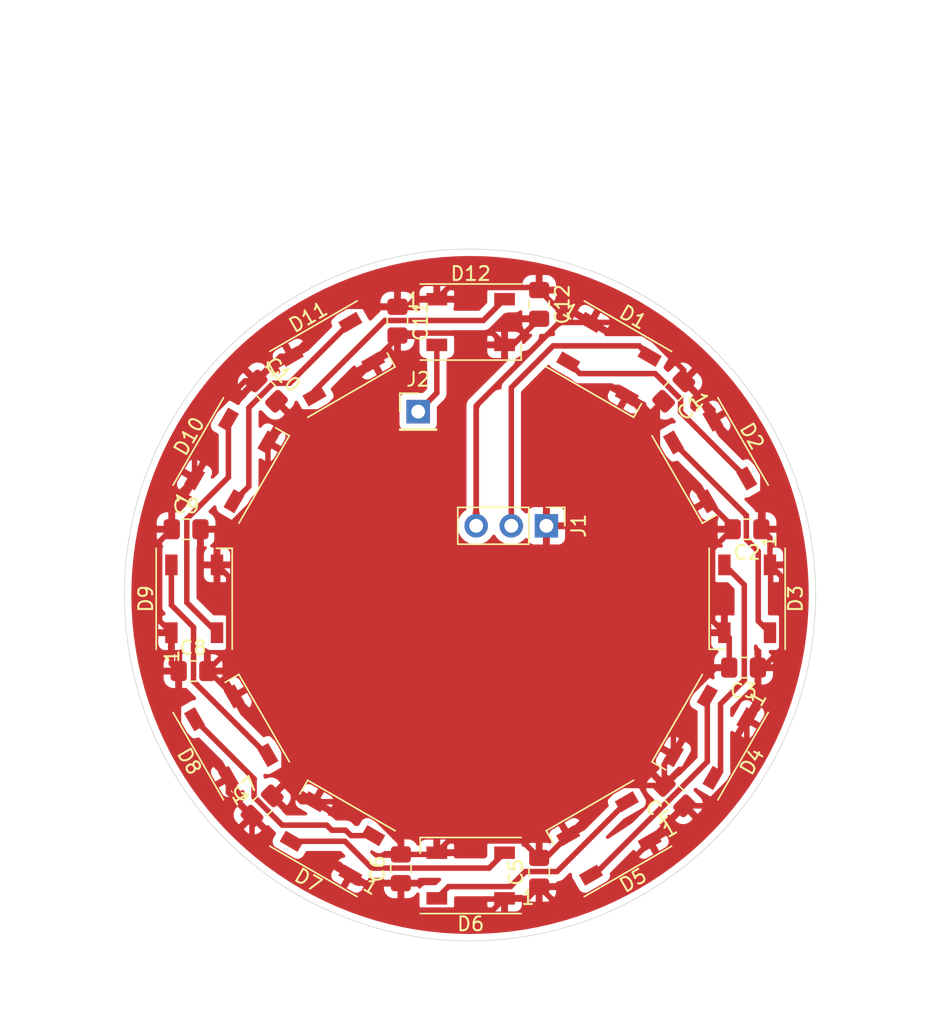
<source format=kicad_pcb>
(kicad_pcb (version 20240108) (generator "pcbnew") (generator_version "8.0")
  (layers (0 "F.Cu" signal) (31 "B.Cu" signal) (34 "B.Paste" user) (35 "F.Paste" user) (36 "B.SilkS" user "B.Silkscreen") (37 "F.SilkS" user "F.Silkscreen") (38 "B.Mask" user) (39 "F.Mask" user) (44 "Edge.Cuts" user))
  (net 0 "")
  (net 1 "GND")
  (net 2 "+5V")
  (net 3 "Net-(D1-DOUT)")
  (net 4 "Net-(D1-DIN)")
  (net 5 "Net-(D2-DOUT)")
  (net 6 "Net-(D3-DOUT)")
  (net 7 "Net-(D4-DOUT)")
  (net 8 "Net-(D5-DOUT)")
  (net 9 "Net-(D6-DOUT)")
  (net 10 "Net-(D7-DOUT)")
  (net 11 "Net-(D8-DOUT)")
  (net 12 "Net-(D10-DIN)")
  (net 13 "Net-(D10-DOUT)")
  (net 14 "Net-(D11-DOUT)")
  (net 15 "Net-(D12-DOUT)")
  (footprint "LED_SMD:LED_WS2812B_PLCC4_5.0x5.0mm_P3.2mm" (layer "F.Cu") (at 120.0468 89.2755 90)
    (property "Reference" "D9" (at 0 -3.5 90) (layer "F.SilkS"))
    (property "Value" "WS2812B")
    (fp_line (start -3.65 -2.75) (end 3.65 -2.75) (stroke (width 0.12)) (layer "F.SilkS"))
    (fp_line (start 3.65 2.75) (end 3.65 1.6) (stroke (width 0.12)) (layer "F.SilkS"))
    (fp_line (start -3.65 2.75) (end 3.65 2.75) (stroke (width 0.12)) (layer "F.SilkS"))
    (fp_text user "1" (at -4.15 -1.6 90) (layer "F.SilkS"))
    (pad "1" smd rect (at -2.45 -1.65 90) (size 1.5 0.9) (layers "F.Cu" "F.Paste" "F.Mask") (net 2 "+5V"))
    (pad "2" smd rect (at -2.45 1.65 90) (size 1.5 0.9) (layers "F.Cu" "F.Paste" "F.Mask") (net 12 "Net-(D10-DIN)"))
    (pad "3" smd rect (at 2.45 1.65 90) (size 1.5 0.9) (layers "F.Cu" "F.Paste" "F.Mask") (net 1 "GND"))
    (pad "4" smd rect (at 2.45 -1.65 90) (size 1.5 0.9) (layers "F.Cu" "F.Paste" "F.Mask") (net 11 "Net-(D8-DOUT)"))
  )
  (footprint "Capacitor_SMD:C_0805_2012Metric_Pad1.18x1.45mm_HandSolder" (layer "F.Cu") (at 134.75 69.2125 -90)
    (property "Reference" "C11" (at 0 -1.68 90) (layer "F.SilkS"))
    (property "Value" "C")
    (fp_line (start -0.261252 0.735) (end 0.261252 0.735) (stroke (width 0.12)) (layer "F.SilkS"))
    (fp_line (start -0.261252 -0.735) (end 0.261252 -0.735) (stroke (width 0.12)) (layer "F.SilkS"))
    (pad "1" smd roundrect (at -1.0375 0 270) (size 1.175 1.45) (layers "F.Cu" "F.Paste" "F.Mask") (roundrect_rratio 0.212766) (net 2 "+5V"))
    (pad "2" smd roundrect (at 1.0375 0 270) (size 1.175 1.45) (layers "F.Cu" "F.Paste" "F.Mask") (roundrect_rratio 0.212766) (net 1 "GND"))
  )
  (footprint "LED_SMD:LED_WS2812B_PLCC4_5.0x5.0mm_P3.2mm" (layer "F.Cu") (at 140.0468 109.2755 180)
    (property "Reference" "D6" (at 0 -3.5 180) (layer "F.SilkS"))
    (property "Value" "WS2812B")
    (fp_line (start 3.65 2.75) (end 3.65 1.6) (stroke (width 0.12)) (layer "F.SilkS"))
    (fp_line (start -3.65 2.75) (end 3.65 2.75) (stroke (width 0.12)) (layer "F.SilkS"))
    (fp_line (start -3.65 -2.75) (end 3.65 -2.75) (stroke (width 0.12)) (layer "F.SilkS"))
    (fp_text user "1" (at -4.15 -1.6 180) (layer "F.SilkS"))
    (pad "1" smd rect (at -2.45 -1.65 180) (size 1.5 0.9) (layers "F.Cu" "F.Paste" "F.Mask") (net 2 "+5V"))
    (pad "2" smd rect (at -2.45 1.65 180) (size 1.5 0.9) (layers "F.Cu" "F.Paste" "F.Mask") (net 9 "Net-(D6-DOUT)"))
    (pad "3" smd rect (at 2.45 1.65 180) (size 1.5 0.9) (layers "F.Cu" "F.Paste" "F.Mask") (net 1 "GND"))
    (pad "4" smd rect (at 2.45 -1.65 180) (size 1.5 0.9) (layers "F.Cu" "F.Paste" "F.Mask") (net 8 "Net-(D5-DOUT)"))
  )
  (footprint "Capacitor_SMD:C_0805_2012Metric_Pad1.18x1.45mm_HandSolder" (layer "F.Cu") (at 154.7336 74.2664 -135)
    (property "Reference" "C1" (at 0 -1.679999 -135) (layer "F.SilkS"))
    (property "Value" "C")
    (fp_line (start -0.261253 0.735) (end 0.261253 0.735) (stroke (width 0.12)) (layer "F.SilkS"))
    (fp_line (start -0.261253 -0.735) (end 0.261253 -0.735) (stroke (width 0.12)) (layer "F.SilkS"))
    (pad "1" smd roundrect (at -1.0375 0 225) (size 1.175 1.45) (layers "F.Cu" "F.Paste" "F.Mask") (roundrect_rratio 0.212766) (net 2 "+5V"))
    (pad "2" smd roundrect (at 1.0375 0 225) (size 1.175 1.45) (layers "F.Cu" "F.Paste" "F.Mask") (roundrect_rratio 0.212766) (net 1 "GND"))
  )
  (footprint "LED_SMD:LED_WS2812B_PLCC4_5.0x5.0mm_P3.2mm" (layer "F.Cu") (at 122.7263 79.2755 60)
    (property "Reference" "D10" (at 0 -3.5 60) (layer "F.SilkS"))
    (property "Value" "WS2812B")
    (fp_line (start -3.65 -2.75) (end 3.65 -2.75) (stroke (width 0.12)) (layer "F.SilkS"))
    (fp_line (start -3.65 2.75) (end 3.65 2.75) (stroke (width 0.12)) (layer "F.SilkS"))
    (fp_line (start 3.65 2.75) (end 3.65 1.6) (stroke (width 0.12)) (layer "F.SilkS"))
    (fp_text user "1" (at -4.15 -1.600001 60) (layer "F.SilkS"))
    (pad "1" smd rect (at -2.45 -1.65 60) (size 1.5 0.9) (layers "F.Cu" "F.Paste" "F.Mask") (net 2 "+5V"))
    (pad "2" smd rect (at -2.45 1.65 60) (size 1.5 0.9) (layers "F.Cu" "F.Paste" "F.Mask") (net 13 "Net-(D10-DOUT)"))
    (pad "3" smd rect (at 2.45 1.65 60) (size 1.5 0.9) (layers "F.Cu" "F.Paste" "F.Mask") (net 1 "GND"))
    (pad "4" smd rect (at 2.45 -1.65 60) (size 1.5 0.9) (layers "F.Cu" "F.Paste" "F.Mask") (net 12 "Net-(D10-DIN)"))
  )
  (footprint "LED_SMD:LED_WS2812B_PLCC4_5.0x5.0mm_P3.2mm" (layer "F.Cu") (at 157.3673 79.2755 -60)
    (property "Reference" "D2" (at 0 -3.499999 -60) (layer "F.SilkS"))
    (property "Value" "WS2812B")
    (fp_line (start -3.65 2.75) (end 3.65 2.75) (stroke (width 0.12)) (layer "F.SilkS"))
    (fp_line (start 3.65 2.75) (end 3.65 1.6) (stroke (width 0.12)) (layer "F.SilkS"))
    (fp_line (start -3.65 -2.75) (end 3.65 -2.75) (stroke (width 0.12)) (layer "F.SilkS"))
    (fp_text user "1" (at -4.149999 -1.6 -60) (layer "F.SilkS"))
    (pad "1" smd rect (at -2.45 -1.65 300) (size 1.5 0.9) (layers "F.Cu" "F.Paste" "F.Mask") (net 2 "+5V"))
    (pad "2" smd rect (at -2.45 1.65 300) (size 1.5 0.9) (layers "F.Cu" "F.Paste" "F.Mask") (net 5 "Net-(D2-DOUT)"))
    (pad "3" smd rect (at 2.45 1.65 300) (size 1.5 0.9) (layers "F.Cu" "F.Paste" "F.Mask") (net 1 "GND"))
    (pad "4" smd rect (at 2.45 -1.65 300) (size 1.5 0.9) (layers "F.Cu" "F.Paste" "F.Mask") (net 3 "Net-(D1-DOUT)"))
  )
  (footprint "Capacitor_SMD:C_0805_2012Metric_Pad1.18x1.45mm_HandSolder" (layer "F.Cu") (at 135 108.7875 90)
    (property "Reference" "C6" (at 0 -1.68 -90) (layer "F.SilkS"))
    (property "Value" "C")
    (fp_line (start -0.261252 -0.735) (end 0.261252 -0.735) (stroke (width 0.12)) (layer "F.SilkS"))
    (fp_line (start -0.261252 0.735) (end 0.261252 0.735) (stroke (width 0.12)) (layer "F.SilkS"))
    (pad "1" smd roundrect (at -1.0375 0 90) (size 1.175 1.45) (layers "F.Cu" "F.Paste" "F.Mask") (roundrect_rratio 0.212766) (net 2 "+5V"))
    (pad "2" smd roundrect (at 1.0375 0 90) (size 1.175 1.45) (layers "F.Cu" "F.Paste" "F.Mask") (roundrect_rratio 0.212766) (net 1 "GND"))
  )
  (footprint "LED_SMD:LED_WS2812B_PLCC4_5.0x5.0mm_P3.2mm" (layer "F.Cu") (at 122.7263 99.2755 120)
    (property "Reference" "D8" (at 0 -3.5 120) (layer "F.SilkS"))
    (property "Value" "WS2812B")
    (fp_line (start -3.65 -2.75) (end 3.65 -2.75) (stroke (width 0.12)) (layer "F.SilkS"))
    (fp_line (start 3.65 2.75) (end 3.65 1.6) (stroke (width 0.12)) (layer "F.SilkS"))
    (fp_line (start -3.65 2.75) (end 3.65 2.75) (stroke (width 0.12)) (layer "F.SilkS"))
    (fp_text user "1" (at -4.149999 -1.6 120) (layer "F.SilkS"))
    (pad "1" smd rect (at -2.45 -1.65 120) (size 1.5 0.9) (layers "F.Cu" "F.Paste" "F.Mask") (net 2 "+5V"))
    (pad "2" smd rect (at -2.45 1.65 120) (size 1.5 0.9) (layers "F.Cu" "F.Paste" "F.Mask") (net 11 "Net-(D8-DOUT)"))
    (pad "3" smd rect (at 2.45 1.65 120) (size 1.5 0.9) (layers "F.Cu" "F.Paste" "F.Mask") (net 1 "GND"))
    (pad "4" smd rect (at 2.45 -1.65 120) (size 1.5 0.9) (layers "F.Cu" "F.Paste" "F.Mask") (net 10 "Net-(D7-DOUT)"))
  )
  (footprint "LED_SMD:LED_WS2812B_PLCC4_5.0x5.0mm_P3.2mm" (layer "F.Cu") (at 157.3673 99.2755 -120)
    (property "Reference" "D4" (at 0 -3.499999 -120) (layer "F.SilkS"))
    (property "Value" "WS2812B")
    (fp_line (start 3.65 2.75) (end 3.65 1.6) (stroke (width 0.12)) (layer "F.SilkS"))
    (fp_line (start -3.65 2.75) (end 3.65 2.75) (stroke (width 0.12)) (layer "F.SilkS"))
    (fp_line (start -3.65 -2.75) (end 3.65 -2.75) (stroke (width 0.12)) (layer "F.SilkS"))
    (fp_text user "1" (at -4.15 -1.600001 -120) (layer "F.SilkS"))
    (pad "1" smd rect (at -2.45 -1.65 240) (size 1.5 0.9) (layers "F.Cu" "F.Paste" "F.Mask") (net 2 "+5V"))
    (pad "2" smd rect (at -2.45 1.65 240) (size 1.5 0.9) (layers "F.Cu" "F.Paste" "F.Mask") (net 7 "Net-(D4-DOUT)"))
    (pad "3" smd rect (at 2.45 1.65 240) (size 1.5 0.9) (layers "F.Cu" "F.Paste" "F.Mask") (net 1 "GND"))
    (pad "4" smd rect (at 2.45 -1.65 240) (size 1.5 0.9) (layers "F.Cu" "F.Paste" "F.Mask") (net 6 "Net-(D3-DOUT)"))
  )
  (footprint "Capacitor_SMD:C_0805_2012Metric_Pad1.18x1.45mm_HandSolder" (layer "F.Cu") (at 145 109.0375 90)
    (property "Reference" "C5" (at 0 -1.68 -90) (layer "F.SilkS"))
    (property "Value" "C")
    (fp_line (start -0.261252 -0.735) (end 0.261252 -0.735) (stroke (width 0.12)) (layer "F.SilkS"))
    (fp_line (start -0.261252 0.735) (end 0.261252 0.735) (stroke (width 0.12)) (layer "F.SilkS"))
    (pad "1" smd roundrect (at -1.0375 0 90) (size 1.175 1.45) (layers "F.Cu" "F.Paste" "F.Mask") (roundrect_rratio 0.212766) (net 2 "+5V"))
    (pad "2" smd roundrect (at 1.0375 0 90) (size 1.175 1.45) (layers "F.Cu" "F.Paste" "F.Mask") (roundrect_rratio 0.212766) (net 1 "GND"))
  )
  (footprint "Capacitor_SMD:C_0805_2012Metric_Pad1.18x1.45mm_HandSolder" (layer "F.Cu") (at 124.9625 104.25 45)
    (property "Reference" "C7" (at 0 -1.679999 45) (layer "F.SilkS"))
    (property "Value" "C")
    (fp_line (start -0.261253 -0.735) (end 0.261253 -0.735) (stroke (width 0.12)) (layer "F.SilkS"))
    (fp_line (start -0.261253 0.735) (end 0.261253 0.735) (stroke (width 0.12)) (layer "F.SilkS"))
    (pad "1" smd roundrect (at -1.0375 0 45) (size 1.175 1.45) (layers "F.Cu" "F.Paste" "F.Mask") (roundrect_rratio 0.212766) (net 2 "+5V"))
    (pad "2" smd roundrect (at 1.0375 0 45) (size 1.175 1.45) (layers "F.Cu" "F.Paste" "F.Mask") (roundrect_rratio 0.212766) (net 1 "GND"))
  )
  (footprint "LED_SMD:LED_WS2812B_PLCC4_5.0x5.0mm_P3.2mm" (layer "F.Cu") (at 130.0468 71.955 30)
    (property "Reference" "D11" (at 0 -3.5 30) (layer "F.SilkS"))
    (property "Value" "WS2812B")
    (fp_line (start -3.65 -2.75) (end 3.65 -2.75) (stroke (width 0.12)) (layer "F.SilkS"))
    (fp_line (start -3.65 2.75) (end 3.65 2.75) (stroke (width 0.12)) (layer "F.SilkS"))
    (fp_line (start 3.65 2.75) (end 3.65 1.6) (stroke (width 0.12)) (layer "F.SilkS"))
    (fp_text user "1" (at -4.149999 -1.6 30) (layer "F.SilkS"))
    (pad "1" smd rect (at -2.45 -1.65 30) (size 1.5 0.9) (layers "F.Cu" "F.Paste" "F.Mask") (net 2 "+5V"))
    (pad "2" smd rect (at -2.45 1.65 30) (size 1.5 0.9) (layers "F.Cu" "F.Paste" "F.Mask") (net 14 "Net-(D11-DOUT)"))
    (pad "3" smd rect (at 2.45 1.65 30) (size 1.5 0.9) (layers "F.Cu" "F.Paste" "F.Mask") (net 1 "GND"))
    (pad "4" smd rect (at 2.45 -1.65 30) (size 1.5 0.9) (layers "F.Cu" "F.Paste" "F.Mask") (net 13 "Net-(D10-DOUT)"))
  )
  (footprint "Capacitor_SMD:C_0805_2012Metric_Pad1.18x1.45mm_HandSolder" (layer "F.Cu") (at 160.0375 84.25 180)
    (property "Reference" "C2" (at 0 -1.68 180) (layer "F.SilkS"))
    (property "Value" "C")
    (fp_line (start -0.261252 0.735) (end 0.261252 0.735) (stroke (width 0.12)) (layer "F.SilkS"))
    (fp_line (start -0.261252 -0.735) (end 0.261252 -0.735) (stroke (width 0.12)) (layer "F.SilkS"))
    (pad "1" smd roundrect (at -1.0375 0 180) (size 1.175 1.45) (layers "F.Cu" "F.Paste" "F.Mask") (roundrect_rratio 0.212766) (net 2 "+5V"))
    (pad "2" smd roundrect (at 1.0375 0 180) (size 1.175 1.45) (layers "F.Cu" "F.Paste" "F.Mask") (roundrect_rratio 0.212766) (net 1 "GND"))
  )
  (footprint "LED_SMD:LED_WS2812B_PLCC4_5.0x5.0mm_P3.2mm" (layer "F.Cu") (at 150.0468 71.955 -30)
    (property "Reference" "D1" (at 0 -3.5 -30) (layer "F.SilkS"))
    (property "Value" "WS2812B")
    (fp_line (start -3.65 2.75) (end 3.65 2.75) (stroke (width 0.12)) (layer "F.SilkS"))
    (fp_line (start -3.65 -2.75) (end 3.65 -2.75) (stroke (width 0.12)) (layer "F.SilkS"))
    (fp_line (start 3.65 2.75) (end 3.65 1.6) (stroke (width 0.12)) (layer "F.SilkS"))
    (fp_text user "1" (at -4.15 -1.600001 -30) (layer "F.SilkS"))
    (pad "1" smd rect (at -2.45 -1.65 330) (size 1.5 0.9) (layers "F.Cu" "F.Paste" "F.Mask") (net 2 "+5V"))
    (pad "2" smd rect (at -2.45 1.65 330) (size 1.5 0.9) (layers "F.Cu" "F.Paste" "F.Mask") (net 3 "Net-(D1-DOUT)"))
    (pad "3" smd rect (at 2.45 1.65 330) (size 1.5 0.9) (layers "F.Cu" "F.Paste" "F.Mask") (net 1 "GND"))
    (pad "4" smd rect (at 2.45 -1.65 330) (size 1.5 0.9) (layers "F.Cu" "F.Paste" "F.Mask") (net 4 "Net-(D1-DIN)"))
  )
  (footprint "LED_SMD:LED_WS2812B_PLCC4_5.0x5.0mm_P3.2mm" (layer "F.Cu") (at 160.0468 89.2755 -90)
    (property "Reference" "D3" (at 0 -3.5 -90) (layer "F.SilkS"))
    (property "Value" "WS2812B")
    (fp_line (start -3.65 2.75) (end 3.65 2.75) (stroke (width 0.12)) (layer "F.SilkS"))
    (fp_line (start 3.65 2.75) (end 3.65 1.6) (stroke (width 0.12)) (layer "F.SilkS"))
    (fp_line (start -3.65 -2.75) (end 3.65 -2.75) (stroke (width 0.12)) (layer "F.SilkS"))
    (fp_text user "1" (at -4.15 -1.6 -90) (layer "F.SilkS"))
    (pad "1" smd rect (at -2.45 -1.65 270) (size 1.5 0.9) (layers "F.Cu" "F.Paste" "F.Mask") (net 2 "+5V"))
    (pad "2" smd rect (at -2.45 1.65 270) (size 1.5 0.9) (layers "F.Cu" "F.Paste" "F.Mask") (net 6 "Net-(D3-DOUT)"))
    (pad "3" smd rect (at 2.45 1.65 270) (size 1.5 0.9) (layers "F.Cu" "F.Paste" "F.Mask") (net 1 "GND"))
    (pad "4" smd rect (at 2.45 -1.65 270) (size 1.5 0.9) (layers "F.Cu" "F.Paste" "F.Mask") (net 5 "Net-(D2-DOUT)"))
  )
  (footprint "Capacitor_SMD:C_0805_2012Metric_Pad1.18x1.45mm_HandSolder" (layer "F.Cu") (at 125.2664 74.2664 -45)
    (property "Reference" "C10" (at 0 -1.679999 135) (layer "F.SilkS"))
    (property "Value" "C")
    (fp_line (start -0.261253 0.735) (end 0.261253 0.735) (stroke (width 0.12)) (layer "F.SilkS"))
    (fp_line (start -0.261253 -0.735) (end 0.261253 -0.735) (stroke (width 0.12)) (layer "F.SilkS"))
    (pad "1" smd roundrect (at -1.0375 0 315) (size 1.175 1.45) (layers "F.Cu" "F.Paste" "F.Mask") (roundrect_rratio 0.212766) (net 2 "+5V"))
    (pad "2" smd roundrect (at 1.0375 0 315) (size 1.175 1.45) (layers "F.Cu" "F.Paste" "F.Mask") (roundrect_rratio 0.212766) (net 1 "GND"))
  )
  (footprint "LED_SMD:LED_WS2812B_PLCC4_5.0x5.0mm_P3.2mm" (layer "F.Cu") (at 140.0468 69.2755)
    (property "Reference" "D12" (at 0 -3.5 0) (layer "F.SilkS"))
    (property "Value" "WS2812B")
    (fp_line (start -3.65 -2.75) (end 3.65 -2.75) (stroke (width 0.12)) (layer "F.SilkS"))
    (fp_line (start -3.65 2.75) (end 3.65 2.75) (stroke (width 0.12)) (layer "F.SilkS"))
    (fp_line (start 3.65 2.75) (end 3.65 1.6) (stroke (width 0.12)) (layer "F.SilkS"))
    (fp_text user "1" (at -4.15 -1.6 0) (layer "F.SilkS"))
    (pad "1" smd rect (at -2.45 -1.65) (size 1.5 0.9) (layers "F.Cu" "F.Paste" "F.Mask") (net 2 "+5V"))
    (pad "2" smd rect (at -2.45 1.65) (size 1.5 0.9) (layers "F.Cu" "F.Paste" "F.Mask") (net 15 "Net-(D12-DOUT)"))
    (pad "3" smd rect (at 2.45 1.65) (size 1.5 0.9) (layers "F.Cu" "F.Paste" "F.Mask") (net 1 "GND"))
    (pad "4" smd rect (at 2.45 -1.65) (size 1.5 0.9) (layers "F.Cu" "F.Paste" "F.Mask") (net 14 "Net-(D11-DOUT)"))
  )
  (footprint "Capacitor_SMD:C_0805_2012Metric_Pad1.18x1.45mm_HandSolder" (layer "F.Cu") (at 159.7875 94.25 180)
    (property "Reference" "C3" (at 0 -1.68 180) (layer "F.SilkS"))
    (property "Value" "C")
    (fp_line (start -0.261252 0.735) (end 0.261252 0.735) (stroke (width 0.12)) (layer "F.SilkS"))
    (fp_line (start -0.261252 -0.735) (end 0.261252 -0.735) (stroke (width 0.12)) (layer "F.SilkS"))
    (pad "1" smd roundrect (at -1.0375 0 180) (size 1.175 1.45) (layers "F.Cu" "F.Paste" "F.Mask") (roundrect_rratio 0.212766) (net 2 "+5V"))
    (pad "2" smd roundrect (at 1.0375 0 180) (size 1.175 1.45) (layers "F.Cu" "F.Paste" "F.Mask") (roundrect_rratio 0.212766) (net 1 "GND"))
  )
  (footprint "Capacitor_SMD:C_0805_2012Metric_Pad1.18x1.45mm_HandSolder" (layer "F.Cu") (at 145 68 -90)
    (property "Reference" "C12" (at 0 -1.68 90) (layer "F.SilkS"))
    (property "Value" "C")
    (fp_line (start -0.261252 0.735) (end 0.261252 0.735) (stroke (width 0.12)) (layer "F.SilkS"))
    (fp_line (start -0.261252 -0.735) (end 0.261252 -0.735) (stroke (width 0.12)) (layer "F.SilkS"))
    (pad "1" smd roundrect (at -1.0375 0 270) (size 1.175 1.45) (layers "F.Cu" "F.Paste" "F.Mask") (roundrect_rratio 0.212766) (net 2 "+5V"))
    (pad "2" smd roundrect (at 1.0375 0 270) (size 1.175 1.45) (layers "F.Cu" "F.Paste" "F.Mask") (roundrect_rratio 0.212766) (net 1 "GND"))
  )
  (footprint "LED_SMD:LED_WS2812B_PLCC4_5.0x5.0mm_P3.2mm" (layer "F.Cu") (at 130.0468 106.5961 150)
    (property "Reference" "D7" (at 0 -3.499999 150) (layer "F.SilkS"))
    (property "Value" "WS2812B")
    (fp_line (start 3.65 2.75) (end 3.65 1.6) (stroke (width 0.12)) (layer "F.SilkS"))
    (fp_line (start -3.65 -2.75) (end 3.65 -2.75) (stroke (width 0.12)) (layer "F.SilkS"))
    (fp_line (start -3.65 2.75) (end 3.65 2.75) (stroke (width 0.12)) (layer "F.SilkS"))
    (fp_text user "1" (at -4.15 -1.600001 150) (layer "F.SilkS"))
    (pad "1" smd rect (at -2.45 -1.65 150) (size 1.5 0.9) (layers "F.Cu" "F.Paste" "F.Mask") (net 2 "+5V"))
    (pad "2" smd rect (at -2.45 1.65 150) (size 1.5 0.9) (layers "F.Cu" "F.Paste" "F.Mask") (net 10 "Net-(D7-DOUT)"))
    (pad "3" smd rect (at 2.45 1.65 150) (size 1.5 0.9) (layers "F.Cu" "F.Paste" "F.Mask") (net 1 "GND"))
    (pad "4" smd rect (at 2.45 -1.65 150) (size 1.5 0.9) (layers "F.Cu" "F.Paste" "F.Mask") (net 9 "Net-(D6-DOUT)"))
  )
  (footprint "Connector_PinHeader_2.54mm:PinHeader_1x03_P2.54mm_Vertical" (layer "F.Cu") (at 145.525 84 -90)
    (property "Reference" "J1" (at 0 -2.33 90) (layer "F.SilkS"))
    (property "Value" "Conn_01x03")
    (fp_line (start -1.33 6.41) (end 1.33 6.41) (stroke (width 0.12)) (layer "F.SilkS"))
    (fp_line (start -1.33 1.27) (end -1.33 6.41) (stroke (width 0.12)) (layer "F.SilkS"))
    (fp_line (start -1.33 1.27) (end 1.33 1.27) (stroke (width 0.12)) (layer "F.SilkS"))
    (fp_line (start 1.33 1.27) (end 1.33 6.41) (stroke (width 0.12)) (layer "F.SilkS"))
    (fp_line (start -1.33 0) (end -1.33 -1.33) (stroke (width 0.12)) (layer "F.SilkS"))
    (fp_line (start -1.33 -1.33) (end 0 -1.33) (stroke (width 0.12)) (layer "F.SilkS"))
    (pad "1" thru_hole rect (at 0 0 270) (size 1.7 1.7) (drill 1) (layers "*.Cu" "*.Mask") (net 1 "GND"))
    (pad "2" thru_hole oval (at 0 2.54 270) (size 1.7 1.7) (drill 1) (layers "*.Cu" "*.Mask") (net 4 "Net-(D1-DIN)"))
    (pad "3" thru_hole oval (at 0 5.08 270) (size 1.7 1.7) (drill 1) (layers "*.Cu" "*.Mask") (net 2 "+5V"))
  )
  (footprint "Capacitor_SMD:C_0805_2012Metric_Pad1.18x1.45mm_HandSolder" (layer "F.Cu") (at 119.9625 94.5)
    (property "Reference" "C8" (at 0 -1.68 0) (layer "F.SilkS"))
    (property "Value" "C")
    (fp_line (start -0.261252 -0.735) (end 0.261252 -0.735) (stroke (width 0.12)) (layer "F.SilkS"))
    (fp_line (start -0.261252 0.735) (end 0.261252 0.735) (stroke (width 0.12)) (layer "F.SilkS"))
    (pad "1" smd roundrect (at -1.0375 0) (size 1.175 1.45) (layers "F.Cu" "F.Paste" "F.Mask") (roundrect_rratio 0.212766) (net 2 "+5V"))
    (pad "2" smd roundrect (at 1.0375 0) (size 1.175 1.45) (layers "F.Cu" "F.Paste" "F.Mask") (roundrect_rratio 0.212766) (net 1 "GND"))
  )
  (footprint "Capacitor_SMD:C_0805_2012Metric_Pad1.18x1.45mm_HandSolder" (layer "F.Cu") (at 154.7875 103.5 135)
    (property "Reference" "C4" (at 0 -1.679999 -45) (layer "F.SilkS"))
    (property "Value" "C")
    (fp_line (start -0.261253 -0.735) (end 0.261253 -0.735) (stroke (width 0.12)) (layer "F.SilkS"))
    (fp_line (start -0.261253 0.735) (end 0.261253 0.735) (stroke (width 0.12)) (layer "F.SilkS"))
    (pad "1" smd roundrect (at -1.0375 0 135) (size 1.175 1.45) (layers "F.Cu" "F.Paste" "F.Mask") (roundrect_rratio 0.212766) (net 2 "+5V"))
    (pad "2" smd roundrect (at 1.0375 0 135) (size 1.175 1.45) (layers "F.Cu" "F.Paste" "F.Mask") (roundrect_rratio 0.212766) (net 1 "GND"))
  )
  (footprint "Connector_PinHeader_2.54mm:PinHeader_1x01_P2.54mm_Vertical" (layer "F.Cu") (at 136.25 75.75)
    (property "Reference" "J2" (at 0 -2.33 0) (layer "F.SilkS"))
    (property "Value" "Conn_01x01_Pin")
    (fp_line (start -1.33 -1.33) (end 0 -1.33) (stroke (width 0.12)) (layer "F.SilkS"))
    (fp_line (start -1.33 0) (end -1.33 -1.33) (stroke (width 0.12)) (layer "F.SilkS"))
    (fp_line (start -1.33 1.27) (end -1.33 1.33) (stroke (width 0.12)) (layer "F.SilkS"))
    (fp_line (start -1.33 1.27) (end 1.33 1.27) (stroke (width 0.12)) (layer "F.SilkS"))
    (fp_line (start -1.33 1.33) (end 1.33 1.33) (stroke (width 0.12)) (layer "F.SilkS"))
    (fp_line (start 1.33 1.27) (end 1.33 1.33) (stroke (width 0.12)) (layer "F.SilkS"))
    (pad "1" thru_hole rect (at 0 0) (size 1.7 1.7) (drill 1) (layers "*.Cu" "*.Mask") (net 15 "Net-(D12-DOUT)"))
  )
  (footprint "Capacitor_SMD:C_0805_2012Metric_Pad1.18x1.45mm_HandSolder" (layer "F.Cu") (at 119.4625 84.25)
    (property "Reference" "C9" (at 0 -1.68 0) (layer "F.SilkS"))
    (property "Value" "C")
    (fp_line (start -0.261252 -0.735) (end 0.261252 -0.735) (stroke (width 0.12)) (layer "F.SilkS"))
    (fp_line (start -0.261252 0.735) (end 0.261252 0.735) (stroke (width 0.12)) (layer "F.SilkS"))
    (pad "1" smd roundrect (at -1.0375 0) (size 1.175 1.45) (layers "F.Cu" "F.Paste" "F.Mask") (roundrect_rratio 0.212766) (net 2 "+5V"))
    (pad "2" smd roundrect (at 1.0375 0) (size 1.175 1.45) (layers "F.Cu" "F.Paste" "F.Mask") (roundrect_rratio 0.212766) (net 1 "GND"))
  )
  (footprint "LED_SMD:LED_WS2812B_PLCC4_5.0x5.0mm_P3.2mm" (layer "F.Cu") (at 150.0468 106.5961 -150)
    (property "Reference" "D5" (at 0 -3.499999 -150) (layer "F.SilkS"))
    (property "Value" "WS2812B")
    (fp_line (start 3.65 2.75) (end 3.65 1.6) (stroke (width 0.12)) (layer "F.SilkS"))
    (fp_line (start -3.65 2.75) (end 3.65 2.75) (stroke (width 0.12)) (layer "F.SilkS"))
    (fp_line (start -3.65 -2.75) (end 3.65 -2.75) (stroke (width 0.12)) (layer "F.SilkS"))
    (fp_text user "1" (at -4.149999 -1.6 -150) (layer "F.SilkS"))
    (pad "1" smd rect (at -2.45 -1.65 210) (size 1.5 0.9) (layers "F.Cu" "F.Paste" "F.Mask") (net 2 "+5V"))
    (pad "2" smd rect (at -2.45 1.65 210) (size 1.5 0.9) (layers "F.Cu" "F.Paste" "F.Mask") (net 8 "Net-(D5-DOUT)"))
    (pad "3" smd rect (at 2.45 1.65 210) (size 1.5 0.9) (layers "F.Cu" "F.Paste" "F.Mask") (net 1 "GND"))
    (pad "4" smd rect (at 2.45 -1.65 210) (size 1.5 0.9) (layers "F.Cu" "F.Paste" "F.Mask") (net 7 "Net-(D4-DOUT)"))
  )
  (gr_circle (center 140 89) (end 115 89) (stroke (width 0.05)) (fill none) (layer "Edge.Cuts"))
  (segment (start 138.4468 106.7755) (end 143.7755 106.7755) (width 0.4) (layer "F.Cu") (net 1))
  (segment (start 134.9245 70.0755) (end 134.75 70.25) (width 0.4) (layer "F.Cu") (net 1))
  (segment (start 135 107.75) (end 137.4723 107.75) (width 0.4) (layer "F.Cu") (net 1))
  (segment (start 158.9723 84.25) (end 159 84.25) (width 0.4) (layer "F.Cu") (net 1))
  (segment (start 154.053877 102.766377) (end 154.053877 101.231743) (width 0.4) (layer "F.Cu") (net 1))
  (segment (start 147 74) (end 150.73462 74) (width 0.4) (layer "F.Cu") (net 1))
  (segment (start 142.4968 70.9255) (end 141.6468 70.0755) (width 0.4) (layer "F.Cu") (net 1))
  (segment (start 137.5968 107.6255) (end 138.4468 106.7755) (width 0.4) (layer "F.Cu") (net 1))
  (segment (start 152.73462 76) (end 153.548647 76) (width 0.4) (layer "F.Cu") (net 1))
  (segment (start 122.5468 87.6755) (end 122.5468 92.9532) (width 0.4) (layer "F.Cu") (net 1))
  (segment (start 157.5468 90.8755) (end 157.5468 85.6755) (width 0.4) (layer "F.Cu") (net 1))
  (segment (start 151.343562 74.608942) (end 152.73462 76) (width 0.4) (layer "F.Cu") (net 1))
  (segment (start 122.35742 84.25) (end 125.380242 81.227178) (width 0.4) (layer "F.Cu") (net 1))
  (segment (start 145 108) (end 145.492196 108) (width 0.4) (layer "F.Cu") (net 1))
  (segment (start 129.378851 75.773653) (end 126.773653 75.773653) (width 0.4) (layer "F.Cu") (net 1))
  (segment (start 127.819564 103.942158) (end 126.544953 102.667547) (width 0.4) (layer "F.Cu") (net 1))
  (segment (start 122 84.25) (end 122.35742 84.25) (width 0.4) (layer "F.Cu") (net 1))
  (segment (start 157.163358 82.222262) (end 153.548647 78.607551) (width 0.4) (layer "F.Cu") (net 1))
  (segment (start 154.713358 97.323822) (end 157.78718 94.25) (width 0.4) (layer "F.Cu") (net 1))
  (segment (start 125.380242 77.978738) (end 126.773653 76.585327) (width 0.4) (layer "F.Cu") (net 1))
  (segment (start 121 94.5) (end 121.101504 94.5) (width 0.4) (layer "F.Cu") (net 1))
  (segment (start 159 84.25) (end 159 84.058904) (width 0.4) (layer "F.Cu") (net 1))
  (segment (start 125.380242 81.227178) (end 125.380242 77.978738) (width 0.4) (layer "F.Cu") (net 1))
  (segment (start 147.100038 106.392158) (end 150.725819 102.766377) (width 0.4) (layer "F.Cu") (net 1))
  (segment (start 158.75 94.25) (end 158.75 92.0787) (width 0.4) (layer "F.Cu") (net 1))
  (segment (start 128.750038 103.942158) (end 131.998478 103.942158) (width 0.4) (layer "F.Cu") (net 1))
  (segment (start 143.7755 106.7755) (end 145 108) (width 0.4) (layer "F.Cu") (net 1))
  (segment (start 145.525 84) (end 145.525 75.475) (width 0.4) (layer "F.Cu") (net 1))
  (segment (start 142.4968 70.9255) (end 143.112 70.9255) (width 0.4) (layer "F.Cu") (net 1))
  (segment (start 143.112 70.9255) (end 145 69.0375) (width 0.4) (layer "F.Cu") (net 1))
  (segment (start 158.75 92.0787) (end 158.3968 91.7255) (width 0.4) (layer "F.Cu") (net 1))
  (segment (start 126.544953 102.667547) (end 125.696123 103.516377) (width 0.4) (layer "F.Cu") (net 1))
  (segment (start 157.78718 94.25) (end 158.75 94.25) (width 0.4) (layer "F.Cu") (net 1))
  (segment (start 122.930242 96.328738) (end 126.544953 99.943449) (width 0.4) (layer "F.Cu") (net 1))
  (segment (start 134.75 70.402504) (end 132.993562 72.158942) (width 0.4) (layer "F.Cu") (net 1))
  (segment (start 121.6968 86.8255) (end 122.5468 87.6755) (width 0.4) (layer "F.Cu") (net 1))
  (segment (start 137.4723 107.75) (end 137.5968 107.6255) (width 0.4) (layer "F.Cu") (net 1))
  (segment (start 153.548647 76.814027) (end 153.548647 78.607551) (width 0.4) (layer "F.Cu") (net 1))
  (segment (start 132.993562 72.158942) (end 129.378851 75.773653) (width 0.4) (layer "F.Cu") (net 1))
  (segment (start 135 106.94368) (end 135 107.75) (width 0.4) (layer "F.Cu") (net 1))
  (segment (start 159 84.058904) (end 157.163358 82.222262) (width 0.4) (layer "F.Cu") (net 1))
  (segment (start 153.548647 75.451353) (end 153.999977 75.000023) (width 0.4) (layer "F.Cu") (net 1))
  (segment (start 150.73462 74) (end 153.548647 76.814027) (width 0.4) (layer "F.Cu") (net 1))
  (segment (start 153.548647 78.607551) (end 153.548647 76) (width 0.4) (layer "F.Cu") (net 1))
  (segment (start 121.101504 94.5) (end 122.930242 96.328738) (width 0.4) (layer "F.Cu") (net 1))
  (segment (start 154.713358 100.572262) (end 154.713358 97.323822) (width 0.4) (layer "F.Cu") (net 1))
  (segment (start 131.998478 103.942158) (end 135 106.94368) (width 0.4) (layer "F.Cu") (net 1))
  (segment (start 121.6968 84.5532) (end 122 84.25) (width 0.4) (layer "F.Cu") (net 1))
  (segment (start 122.5468 92.9532) (end 121 94.5) (width 0.4) (layer "F.Cu") (net 1))
  (segment (start 126.773653 75.773653) (end 126.000023 75.000023) (width 0.4) (layer "F.Cu") (net 1))
  (segment (start 157.5468 85.6755) (end 158.9723 84.25) (width 0.4) (layer "F.Cu") (net 1))
  (segment (start 145.525 75.475) (end 147 74) (width 0.4) (layer "F.Cu") (net 1))
  (segment (start 126.773653 76.585327) (end 126.773653 75.773653) (width 0.4) (layer "F.Cu") (net 1))
  (segment (start 134.75 70.25) (end 134.75 70.402504) (width 0.4) (layer "F.Cu") (net 1))
  (segment (start 120.5 84.25) (end 122 84.25) (width 0.4) (layer "F.Cu") (net 1))
  (segment (start 153.548647 76) (end 153.548647 75.451353) (width 0.4) (layer "F.Cu") (net 1))
  (segment (start 126.544953 99.943449) (end 126.544953 102.667547) (width 0.4) (layer "F.Cu") (net 1))
  (segment (start 154.053877 101.231743) (end 154.713358 100.572262) (width 0.4) (layer "F.Cu") (net 1))
  (segment (start 150.725819 102.766377) (end 154.053877 102.766377) (width 0.4) (layer "F.Cu") (net 1))
  (segment (start 128.750038 103.942158) (end 127.819564 103.942158) (width 0.4) (layer "F.Cu") (net 1))
  (segment (start 141.6468 70.0755) (end 134.9245 70.0755) (width 0.4) (layer "F.Cu") (net 1))
  (segment (start 121.6968 86.8255) (end 121.6968 84.5532) (width 0.4) (layer "F.Cu") (net 1))
  (segment (start 145.492196 108) (end 147.100038 106.392158) (width 0.4) (layer "F.Cu") (net 1))
  (segment (start 158.3968 91.7255) (end 157.5468 90.8755) (width 0.4) (layer "F.Cu") (net 1))
  (segment (start 118.425 84.25) (end 118.425 82.21962) (width 0.4) (layer "F.Cu") (net 2))
  (segment (start 161.185953 84.139047) (end 161.075 84.25) (width 0.4) (layer "F.Cu") (net 2))
  (segment (start 118.425 84.25) (end 117.5468 85.1282) (width 0.4) (layer "F.Cu") (net 2))
  (segment (start 140.445 75.331166) (end 146.475108 69.301058) (width 0.4) (layer "F.Cu") (net 2))
  (segment (start 122.522358 103.277104) (end 124.228877 104.983623) (width 0.4) (layer "F.Cu") (net 2))
  (segment (start 127.100038 71.751058) (end 130.714749 68.136347) (width 0.4) (layer "F.Cu") (net 2))
  (segment (start 124.228877 107.228877) (end 124.228877 104.983623) (width 0.4) (layer "F.Cu") (net 2))
  (segment (start 152.993562 106.800042) (end 152.993562 106.868682) (width 0.4) (layer "F.Cu") (net 2))
  (segment (start 126.314496 71.751058) (end 127.100038 71.751058) (width 0.4) (layer "F.Cu") (net 2))
  (segment (start 157.571242 75.636796) (end 157.571242 76.328738) (width 0.4) (layer "F.Cu") (net 2))
  (segment (start 135.4505 68.175) (end 136 67.6255) (width 0.4) (layer "F.Cu") (net 2))
  (segment (start 161.6968 84.8718) (end 161.6968 86.8255) (width 0.4) (layer "F.Cu") (net 2))
  (segment (start 145 110.075) (end 144.1495 110.9255) (width 0.4) (layer "F.Cu") (net 2))
  (segment (start 151.998478 69.301058) (end 155.467223 72.769803) (width 0.4) (layer "F.Cu") (net 2))
  (segment (start 125.467163 108.467163) (end 124.228877 107.228877) (width 0.4) (layer "F.Cu") (net 2))
  (segment (start 161.185953 79.943449) (end 161.185953 84.139047) (width 0.4) (layer "F.Cu") (net 2))
  (segment (start 130.560683 108.467163) (end 125.467163 108.467163) (width 0.4) (layer "F.Cu") (net 2))
  (segment (start 145 66.9625) (end 146.475108 68.437608) (width 0.4) (layer "F.Cu") (net 2))
  (segment (start 137.5968 67.6255) (end 138.4468 66.7755) (width 0.4) (layer "F.Cu") (net 2))
  (segment (start 162.5468 87.6755) (end 162.5468 92.8907) (width 0.4) (layer "F.Cu") (net 2))
  (segment (start 123.722695 73.532777) (end 124.532777 73.532777) (width 0.4) (layer "F.Cu") (net 2))
  (segment (start 130.714749 68.136347) (end 134.711347 68.136347) (width 0.4) (layer "F.Cu") (net 2))
  (segment (start 155.467223 72.769803) (end 155.467223 73.532777) (width 0.4) (layer "F.Cu") (net 2))
  (segment (start 146.475108 68.437608) (end 146.475108 69.301058) (width 0.4) (layer "F.Cu") (net 2))
  (segment (start 118.907647 94.517353) (end 118.907647 98.607551) (width 0.4) (layer "F.Cu") (net 2))
  (segment (start 155.521123 104.233623) (end 157.014797 104.233623) (width 0.4) (layer "F.Cu") (net 2))
  (segment (start 131.91852 109.825) (end 131.343562 109.250042) (width 0.4) (layer "F.Cu") (net 2))
  (segment (start 131.343562 109.250042) (end 130.560683 108.467163) (width 0.4) (layer "F.Cu") (net 2))
  (segment (start 161.075 84.25) (end 161.6968 84.8718) (width 0.4) (layer "F.Cu") (net 2))
  (segment (start 157.014797 104.233623) (end 160.021242 101.227178) (width 0.4) (layer "F.Cu") (net 2))
  (segment (start 124.532777 73.532777) (end 126.314496 71.751058) (width 0.4) (layer "F.Cu") (net 2))
  (segment (start 117.5468 90.8755) (end 118.3968 91.7255) (width 0.4) (layer "F.Cu") (net 2))
  (segment (start 118.425 82.21962) (end 120.072358 80.572262) (width 0.4) (layer "F.Cu") (net 2))
  (segment (start 142.4968 110.9255) (end 141.6468 111.7755) (width 0.4) (layer "F.Cu") (net 2))
  (segment (start 134.75 68.175) (end 135.4505 68.175) (width 0.4) (layer "F.Cu") (net 2))
  (segment (start 148.862244 111) (end 145.925 111) (width 0.4) (layer "F.Cu") (net 2))
  (segment (start 157.571242 76.328738) (end 161.185953 79.943449) (width 0.4) (layer "F.Cu") (net 2))
  (segment (start 118.907647 98.607551) (end 122.522358 102.222262) (width 0.4) (layer "F.Cu") (net 2))
  (segment (start 146.475108 69.301058) (end 148.750038 69.301058) (width 0.4) (layer "F.Cu") (net 2))
  (segment (start 161.6968 86.8255) (end 162.5468 87.6755) (width 0.4) (layer "F.Cu") (net 2))
  (segment (start 161.1875 94.25) (end 160.825 94.25) (width 0.4) (layer "F.Cu") (net 2))
  (segment (start 152.993562 106.800042) (end 152.993562 106.761184) (width 0.4) (layer "F.Cu") (net 2))
  (segment (start 144.813 66.7755) (end 145 66.9625) (width 0.4) (layer "F.Cu") (net 2))
  (segment (start 117.5468 85.1282) (end 117.5468 90.8755) (width 0.4) (layer "F.Cu") (net 2))
  (segment (start 138.4468 66.7755) (end 144.813 66.7755) (width 0.4) (layer "F.Cu") (net 2))
  (segment (start 141.6468 111.7755) (end 135.7755 111.7755) (width 0.4) (layer "F.Cu") (net 2))
  (segment (start 135 109.825) (end 131.91852 109.825) (width 0.4) (layer "F.Cu") (net 2))
  (segment (start 140.445 84) (end 140.445 75.331166) (width 0.4) (layer "F.Cu") (net 2))
  (segment (start 144.1495 110.9255) (end 142.4968 110.9255) (width 0.4) (layer "F.Cu") (net 2))
  (segment (start 162.5468 92.8907) (end 161.1875 94.25) (width 0.4) (layer "F.Cu") (net 2))
  (segment (start 134.711347 68.136347) (end 134.75 68.175) (width 0.4) (layer "F.Cu") (net 2))
  (segment (start 148.750038 69.301058) (end 151.998478 69.301058) (width 0.4) (layer "F.Cu") (net 2))
  (segment (start 160.825 97.17498) (end 160.825 94.25) (width 0.4) (layer "F.Cu") (net 2))
  (segment (start 118.925 94.5) (end 118.907647 94.517353) (width 0.4) (layer "F.Cu") (net 2))
  (segment (start 118.3968 91.7255) (end 118.3968 93.9718) (width 0.4) (layer "F.Cu") (net 2))
  (segment (start 160.021242 97.978738) (end 160.825 97.17498) (width 0.4) (layer "F.Cu") (net 2))
  (segment (start 136 67.6255) (end 137.5968 67.6255) (width 0.4) (layer "F.Cu") (net 2))
  (segment (start 120.072358 80.572262) (end 120.072358 77.183114) (width 0.4) (layer "F.Cu") (net 2))
  (segment (start 135 111) (end 135 109.825) (width 0.4) (layer "F.Cu") (net 2))
  (segment (start 118.3968 93.9718) (end 118.925 94.5) (width 0.4) (layer "F.Cu") (net 2))
  (segment (start 152.993562 106.761184) (end 155.521123 104.233623) (width 0.4) (layer "F.Cu") (net 2))
  (segment (start 155.467223 73.532777) (end 157.571242 75.636796) (width 0.4) (layer "F.Cu") (net 2))
  (segment (start 122.522358 102.222262) (end 122.522358 103.277104) (width 0.4) (layer "F.Cu") (net 2))
  (segment (start 160.021242 101.227178) (end 160.021242 97.978738) (width 0.4) (layer "F.Cu") (net 2))
  (segment (start 152.993562 106.868682) (end 148.862244 111) (width 0.4) (layer "F.Cu") (net 2))
  (segment (start 145.925 111) (end 145 110.075) (width 0.4) (layer "F.Cu") (net 2))
  (segment (start 120.072358 77.183114) (end 123.722695 73.532777) (width 0.4) (layer "F.Cu") (net 2))
  (segment (start 135.7755 111.7755) (end 135 111) (width 0.4) (layer "F.Cu") (net 2))
  (segment (start 153.396492 73) (end 147.941096 73) (width 0.4) (layer "F.Cu") (net 3))
  (segment (start 147.941096 73) (end 147.100038 72.158942) (width 0.4) (layer "F.Cu") (net 3))
  (segment (start 160.021242 80.572262) (end 155.229399 75.780419) (width 0.4) (layer "F.Cu") (net 3))
  (segment (start 155.229399 74.832907) (end 153.396492 73) (width 0.4) (layer "F.Cu") (net 3))
  (segment (start 155.229399 75.780419) (end 155.229399 74.832907) (width 0.4) (layer "F.Cu") (net 3))
  (segment (start 152.993562 71.751058) (end 152.236735 70.994231) (width 0.4) (layer "F.Cu") (net 4))
  (segment (start 146.005769 70.994231) (end 142.985 74.015) (width 0.4) (layer "F.Cu") (net 4))
  (segment (start 152.236735 70.994231) (end 146.005769 70.994231) (width 0.4) (layer "F.Cu") (net 4))
  (segment (start 142.985 74.015) (end 142.985 84) (width 0.4) (layer "F.Cu") (net 4))
  (segment (start 159.9875 84.9875) (end 159.9875 83.25288) (width 0.4) (layer "F.Cu") (net 5))
  (segment (start 159.9875 83.25288) (end 154.713358 77.978738) (width 0.4) (layer "F.Cu") (net 5))
  (segment (start 160.8468 90.8755) (end 160.8468 85.8468) (width 0.4) (layer "F.Cu") (net 5))
  (segment (start 161.6968 91.7255) (end 160.8468 90.8755) (width 0.4) (layer "F.Cu") (net 5))
  (segment (start 160.8468 85.8468) (end 159.9875 84.9875) (width 0.4) (layer "F.Cu") (net 5))
  (segment (start 159.8375 95.1625) (end 159.8375 88.2662) (width 0.4) (layer "F.Cu") (net 6))
  (segment (start 158.12028 101.673224) (end 158.12028 96.87972) (width 0.4) (layer "F.Cu") (net 6))
  (segment (start 159.8375 88.2662) (end 158.3968 86.8255) (width 0.4) (layer "F.Cu") (net 6))
  (segment (start 158.12028 96.87972) (end 159.8375 95.1625) (width 0.4) (layer "F.Cu") (net 6))
  (segment (start 157.571242 102.222262) (end 158.12028 101.673224) (width 0.4) (layer "F.Cu") (net 6))
  (segment (start 148.96675 109.250042) (end 157.163358 101.053434) (width 0.4) (layer "F.Cu") (net 7))
  (segment (start 148.750038 109.250042) (end 148.96675 109.250042) (width 0.4) (layer "F.Cu") (net 7))
  (segment (start 157.163358 101.053434) (end 157.163358 96.328738) (width 0.4) (layer "F.Cu") (net 7))
  (segment (start 138.4468 110.0755) (end 142.9245 110.0755) (width 0.4) (layer "F.Cu") (net 8))
  (segment (start 144.0125 108.9875) (end 146.29822 108.9875) (width 0.4) (layer "F.Cu") (net 8))
  (segment (start 137.5968 110.9255) (end 138.4468 110.0755) (width 0.4) (layer "F.Cu") (net 8))
  (segment (start 142.9245 110.0755) (end 144.0125 108.9875) (width 0.4) (layer "F.Cu") (net 8))
  (segment (start 146.29822 108.9875) (end 151.343562 103.942158) (width 0.4) (layer "F.Cu") (net 8))
  (segment (start 130.951514 106.800042) (end 132.888972 108.7375) (width 0.4) (layer "F.Cu") (net 9))
  (segment (start 141.3848 108.7375) (end 142.4968 107.6255) (width 0.4) (layer "F.Cu") (net 9))
  (segment (start 127.100038 106.800042) (end 130.951514 106.800042) (width 0.4) (layer "F.Cu") (net 9))
  (segment (start 132.888972 108.7375) (end 141.3848 108.7375) (width 0.4) (layer "F.Cu") (net 9))
  (segment (start 126.418539 105.635331) (end 129.635331 105.635331) (width 0.4) (layer "F.Cu") (net 10))
  (segment (start 124.380575 102.286955) (end 124.380575 103.597367) (width 0.4) (layer "F.Cu") (net 10))
  (segment (start 124.380575 103.597367) (end 126.418539 105.635331) (width 0.4) (layer "F.Cu") (net 10))
  (segment (start 131 106) (end 131.392158 106.392158) (width 0.4) (layer "F.Cu") (net 10))
  (segment (start 129.635331 105.635331) (end 130 106) (width 0.4) (layer "F.Cu") (net 10))
  (segment (start 130 106) (end 131 106) (width 0.4) (layer "F.Cu") (net 10))
  (segment (start 131.392158 106.392158) (end 132.993562 106.392158) (width 0.4) (layer "F.Cu") (net 10))
  (segment (start 120.072358 97.978738) (end 124.380575 102.286955) (width 0.4) (layer "F.Cu") (net 10))
  (segment (start 120 91.3287) (end 120 95.238666) (width 0.4) (layer "F.Cu") (net 11))
  (segment (start 118.3968 86.8255) (end 118.3968 89.7255) (width 0.4) (layer "F.Cu") (net 11))
  (segment (start 125.333596 100.572262) (end 125.380242 100.572262) (width 0.4) (layer "F.Cu") (net 11))
  (segment (start 118.3968 89.7255) (end 120 91.3287) (width 0.4) (layer "F.Cu") (net 11))
  (segment (start 120 95.238666) (end 125.333596 100.572262) (width 0.4) (layer "F.Cu") (net 11))
  (segment (start 122.522358 76.328738) (end 122.522358 80.488976) (width 0.4) (layer "F.Cu") (net 12))
  (segment (start 119.5125 83.498834) (end 119.5125 89.5412) (width 0.4) (layer "F.Cu") (net 12))
  (segment (start 119.5125 89.5412) (end 121.6968 91.7255) (width 0.4) (layer "F.Cu") (net 12))
  (segment (start 122.522358 80.488976) (end 119.5125 83.498834) (width 0.4) (layer "F.Cu") (net 12))
  (segment (start 131.343562 69.301058) (end 126.944727 73.699893) (width 0.4) (layer "F.Cu") (net 13))
  (segment (start 124 81.152504) (end 122.930242 82.222262) (width 0.4) (layer "F.Cu") (net 13))
  (segment (start 126.944727 73.699893) (end 125.762199 73.699893) (width 0.4) (layer "F.Cu") (net 13))
  (segment (start 125.762199 73.699893) (end 124 75.462092) (width 0.4) (layer "F.Cu") (net 13))
  (segment (start 124 75.462092) (end 124 81.152504) (width 0.4) (layer "F.Cu") (net 13))
  (segment (start 133.8375 69.1625) (end 128.750038 74.249962) (width 0.4) (layer "F.Cu") (net 14))
  (segment (start 140.9598 69.1625) (end 133.8375 69.1625) (width 0.4) (layer "F.Cu") (net 14))
  (segment (start 128.750038 74.249962) (end 128.750038 74.608942) (width 0.4) (layer "F.Cu") (net 14))
  (segment (start 142.4968 67.6255) (end 140.9598 69.1625) (width 0.4) (layer "F.Cu") (net 14))
  (segment (start 137.5968 70.9255) (end 137.5968 74.4032) (width 0.4) (layer "F.Cu") (net 15))
  (segment (start 137.5968 74.4032) (end 136.25 75.75) (width 0.4) (layer "F.Cu") (net 15))
  (zone (net 2) (net_name "+5V") (layer "F.Cu") (connect_pads (clearance 0.5)) (min_thickness 0.25) (fill yes (thermal_gap 0.5) (thermal_bridge_width 0.5))
    (polygon (pts (xy 109 46) (xy 106 120) (xy 174 116) (xy 174 51) (xy 125 47)))
  )
  (zone (net 1) (net_name "GND") (layer "F.Cu") (priority 1) (connect_pads (clearance 0.5)) (min_thickness 0.25) (fill yes (thermal_gap 0.5) (thermal_bridge_width 0.5))
    (polygon (pts (xy 150.0468 71.955) (xy 154.7336 74.2664) (xy 157.3673 79.2755) (xy 160.0375 84.25) (xy 160.0468 89.2755) (xy 159.7875 94.25) (xy 157.3673 99.2755) (xy 154.7875 103.5) (xy 150.0468 106.5961) (xy 145 109.0375) (xy 140.0468 109.2755) (xy 135 108.7875) (xy 130.0468 106.5961) (xy 124.9625 104.25) (xy 122.7263 99.2755) (xy 119.9625 94.5) (xy 120.0468 89.2755) (xy 119.4625 84.25) (xy 122.7263 79.2755) (xy 125.2664 74.2664) (xy 130.0468 71.955) (xy 134.75 69.2125) (xy 140.0468 69.2755) (xy 145 68)))
  )
)
</source>
